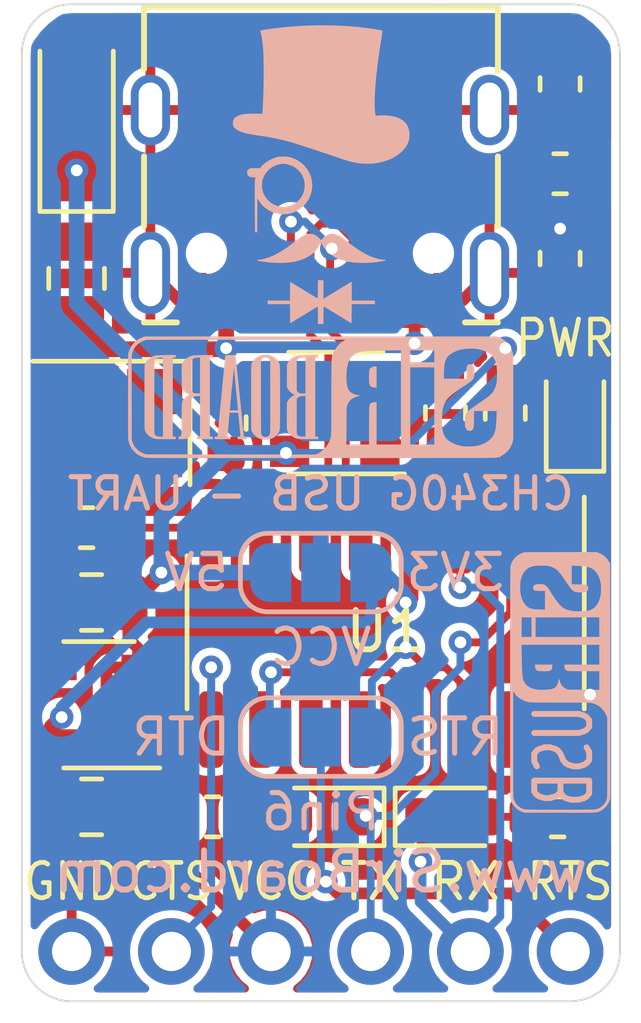
<source format=kicad_pcb>
(kicad_pcb (version 20171130) (host pcbnew "(5.1.2)-2")
  (title_block (title "CH340G USB to UART Converter") (date 2020-01-15) (rev 2) (company SirBoard) (comment 1 www.SirBoard.com))
  (layers (0 F.Cu signal) (31 B.Cu signal) (34 B.Paste user hide) (35 F.Paste user hide) (36 B.SilkS user) (37 F.SilkS user) (38 B.Mask user hide) (39 F.Mask user hide) (44 Edge.Cuts user))
  (net 0 "")
  (net 1 "Net-(U1-Pad15)")
  (net 2 "Net-(U1-Pad12)")
  (net 3 "Net-(U1-Pad11)")
  (net 4 "Net-(U1-Pad10)")
  (net 5 "Net-(PWR1-Pad2)")
  (net 6 GND)
  (net 7 VBUS)
  (net 8 CTS)
  (net 9 VCC)
  (net 10 TX)
  (net 11 RX)
  (net 12 P6)
  (net 13 3V3)
  (net 14 RTS)
  (net 15 DTR)
  (net 16 "Net-(P1-PadA5)")
  (net 17 "Net-(U2-Pad4)")
  (net 18 "Net-(P1-PadA8)")
  (net 19 "Net-(C1-Pad1)")
  (net 20 "Net-(C2-Pad1)")
  (net 21 "Net-(F1-Pad2)")
  (net 22 "Net-(R2-Pad2)")
  (net 23 "Net-(R3-Pad2)")
  (net 24 D-)
  (net 25 D+)
  (net 26 "Net-(P1-PadB5)")
  (net 27 "Net-(P1-PadB8)")
  (module logo:SirUSB66x25 (layer B.Cu) (at 76.454 44.958 270)
    (fp_text reference G*** hide)
    (fp_text value LOGO hide)
  )
  (module Resistor_SMD:R_0603_1608Metric (layer F.Cu) (at 76.454 34.163 270)
    (fp_text reference R1 hide)
    (fp_text value 1K)
    (pad 2 smd roundrect (at 0.7875 0 270) (size 0.875 0.95) (layers F.Cu F.Paste F.Mask) (net 5 "Net-(PWR1-Pad2)"))
    (pad 1 smd roundrect (at -0.7875 0 270) (size 0.875 0.95) (layers F.Cu F.Paste F.Mask) (net 9 VCC))
  )
  (module Resistor_SMD:R_0603_1608Metric (layer F.Cu) (at 76.454 32.004)
    (fp_text reference R5 hide)
    (fp_text value 5K1)
    (pad 2 smd roundrect (at 0.7875 0) (size 0.875 0.95) (layers F.Cu F.Paste F.Mask) (net 6 GND))
    (pad 1 smd roundrect (at -0.7875 0) (size 0.875 0.95) (layers F.Cu F.Paste F.Mask) (net 16 "Net-(P1-PadA5)"))
  )
  (module Resistor_SMD:R_0603_1608Metric (layer F.Cu) (at 76.454 29.718 270)
    (fp_text reference R4 hide)
    (fp_text value 5K1)
    (pad 2 smd roundrect (at 0.7875 0 270) (size 0.875 0.95) (layers F.Cu F.Paste F.Mask) (net 6 GND))
    (pad 1 smd roundrect (at -0.7875 0 270) (size 0.875 0.95) (layers F.Cu F.Paste F.Mask) (net 26 "Net-(P1-PadB5)"))
  )
  (module logo:SirBoard98x31 (layer B.Cu) (at 70.358 37.6936 180)
    (fp_text reference G*** hide)
    (fp_text value LOGO hide)
  )
  (module logo:logo76x107 (layer B.Cu) (at 70.358 32.0294 180)
    (fp_text reference G*** hide)
    (fp_text value LOGO hide)
  )
  (module Jumper:SolderJumper-3_P1.3mm_Open_RoundedPad1.0x1.5mm (layer B.Cu) (at 70.358 42.164)
    (fp_text reference VCC (at 0 1.905) (layer B.SilkS) (effects (font (size 0.9 0.9) (thickness 0.13)) (justify mirror)))
    (fp_text value SolderJumper_3_Open)
    (pad 2 smd rect (at 0 0) (size 1 1.5) (layers B.Cu B.Mask) (net 9 VCC))
    (pad 3 smd custom (at 1.3 0) (size 1 0.5) (layers B.Cu B.Mask) (net 13 3V3) (options (clearance outline) (anchor rect)) (primitives (gr_circle (center 0 -0.25) (end 0.5 -0.25) (width 0)) (gr_circle (center 0 0.25) (end 0.5 0.25) (width 0)) (gr_poly (pts (xy -0.55 0.75) (xy 0 0.75) (xy 0 -0.75) (xy -0.55 -0.75)) (width 0))))
    (pad 1 smd custom (at -1.3 0) (size 1 0.5) (layers B.Cu B.Mask) (net 7 VBUS) (options (clearance outline) (anchor rect)) (primitives (gr_circle (center 0 -0.25) (end 0.5 -0.25) (width 0)) (gr_circle (center 0 0.25) (end 0.5 0.25) (width 0)) (gr_poly (pts (xy 0.55 0.75) (xy 0 0.75) (xy 0 -0.75) (xy 0.55 -0.75)) (width 0))))
  )
  (module Jumper:SolderJumper-3_P1.3mm_Open_RoundedPad1.0x1.5mm (layer B.Cu) (at 70.358 46.355)
    (fp_text reference Pin6 (at 0 1.905) (layer B.SilkS) (effects (font (size 0.9 0.9) (thickness 0.13)) (justify mirror)))
    (fp_text value SolderJumper_3_Open)
    (pad 2 smd rect (at 0 0) (size 1 1.5) (layers B.Cu B.Mask) (net 12 P6))
    (pad 3 smd custom (at 1.3 0) (size 1 0.5) (layers B.Cu B.Mask) (net 14 RTS) (options (clearance outline) (anchor rect)) (primitives (gr_circle (center 0 -0.25) (end 0.5 -0.25) (width 0)) (gr_circle (center 0 0.25) (end 0.5 0.25) (width 0)) (gr_poly (pts (xy -0.55 0.75) (xy 0 0.75) (xy 0 -0.75) (xy -0.55 -0.75)) (width 0))))
    (pad 1 smd custom (at -1.3 0) (size 1 0.5) (layers B.Cu B.Mask) (net 15 DTR) (options (clearance outline) (anchor rect)) (primitives (gr_circle (center 0 -0.25) (end 0.5 -0.25) (width 0)) (gr_circle (center 0 0.25) (end 0.5 0.25) (width 0)) (gr_poly (pts (xy 0.55 0.75) (xy 0 0.75) (xy 0 -0.75) (xy 0.55 -0.75)) (width 0))))
  )
  (module SirBoardLibrary:SOT-143 (layer F.Cu) (at 70.739 38.1 90)
    (fp_text reference D1 hide)
    (fp_text value PRTR5V0U2X)
    (pad 4 smd rect (at -0.9754 -1.1762 90) (size 0.8 1) (layers F.Cu F.Paste F.Mask) (net 7 VBUS))
    (pad 3 smd rect (at 0.9246 -1.1762 90) (size 0.8 1) (layers F.Cu F.Paste F.Mask) (net 24 D-))
    (pad 2 smd rect (at 0.9246 1.1238 90) (size 0.8 1) (layers F.Cu F.Paste F.Mask) (net 25 D+))
    (pad 1 smd rect (at -0.7954 1.1238 90) (size 1.2 1) (layers F.Cu F.Paste F.Mask) (net 6 GND))
  )
  (module SirBoardLibrary:USB_C (layer F.Cu) (at 73.5487 35.8164 180)
    (fp_text reference P1 hide)
    (fp_text value USB_C_Plug_USB2.0 hide)
    (pad B4 smd rect (at 5.4558 0.5866 180) (size 0.31 1.4) (layers F.Cu F.Paste F.Mask) (net 21 "Net-(F1-Pad2)"))
    (pad B1 smd rect (at 6.2585 0.5866 180) (size 0.31 1.4) (layers F.Cu F.Paste F.Mask) (net 6 GND))
    (pad B9 smd rect (at 0.9685 0.5842 180) (size 0.31 1.4) (layers F.Cu F.Paste F.Mask) (net 21 "Net-(F1-Pad2)"))
    (pad B12 smd rect (at 0.1685 0.5842 180) (size 0.31 1.4) (layers F.Cu F.Paste F.Mask) (net 6 GND))
    (pad A1 smd rect (at -0.1415 0.5866 180) (size 0.31 1.4) (layers F.Cu F.Paste F.Mask) (net 6 GND))
    (pad A12 smd rect (at 6.5685 0.5866 180) (size 0.31 1.4) (layers F.Cu F.Paste F.Mask) (net 6 GND))
    (pad "" np_thru_hole circle (at 0.3235 1.7866 180) (size 0.65 0.65) (drill oval 0.65) (layers *.Cu *.Mask))
    (pad "" np_thru_hole circle (at 6.1035 1.7866 180) (size 0.65 0.65) (drill oval 0.65) (layers *.Cu *.Mask))
    (pad S1 thru_hole oval (at -1.1065 5.4366 180) (size 1 1.8) (drill oval 0.6 1.4) (layers *.Cu *.Mask) (net 6 GND))
    (pad S1 thru_hole oval (at 7.5335 5.4366 180) (size 1 1.8) (drill oval 0.6 1.4) (layers *.Cu *.Mask) (net 6 GND))
    (pad S1 thru_hole oval (at 7.5335 1.2866 180) (size 1 2.1) (drill oval 0.6 1.7) (layers *.Cu *.Mask) (net 6 GND))
    (pad S1 thru_hole oval (at -1.1065 1.2866 180) (size 1 2.1) (drill oval 0.6 1.7) (layers *.Cu *.Mask) (net 6 GND))
    (pad B5 smd rect (at 4.9635 0.5866 180) (size 0.32 1.4) (layers F.Cu F.Paste F.Mask) (net 26 "Net-(P1-PadB5)"))
    (pad A8 smd rect (at 4.4635 0.5866 180) (size 0.32 1.4) (layers F.Cu F.Paste F.Mask) (net 18 "Net-(P1-PadA8)"))
    (pad B6 smd rect (at 3.9635 0.5866 180) (size 0.32 1.4) (layers F.Cu F.Paste F.Mask) (net 25 D+))
    (pad A7 smd rect (at 3.4635 0.5866 180) (size 0.32 1.4) (layers F.Cu F.Paste F.Mask) (net 24 D-))
    (pad A6 smd rect (at 2.9635 0.5866 180) (size 0.32 1.4) (layers F.Cu F.Paste F.Mask) (net 25 D+))
    (pad B7 smd rect (at 2.4635 0.5866 180) (size 0.32 1.4) (layers F.Cu F.Paste F.Mask) (net 24 D-))
    (pad A5 smd rect (at 1.9635 0.5866 180) (size 0.32 1.4) (layers F.Cu F.Paste F.Mask) (net 16 "Net-(P1-PadA5)"))
    (pad B8 smd rect (at 1.4635 0.5866 180) (size 0.32 1.4) (layers F.Cu F.Paste F.Mask) (net 27 "Net-(P1-PadB8)"))
    (pad A9 smd rect (at 5.7685 0.5866 180) (size 0.31 1.4) (layers F.Cu F.Paste F.Mask) (net 21 "Net-(F1-Pad2)"))
    (pad A4 smd rect (at 0.6585 0.5866 180) (size 0.31 1.4) (layers F.Cu F.Paste F.Mask) (net 21 "Net-(F1-Pad2)"))
  )
  (module Capacitor_SMD:C_0603_1608Metric (layer F.Cu) (at 64.389 41.021 180)
    (fp_text reference C2 hide)
    (fp_text value 9pF)
    (pad 2 smd roundrect (at 0.7875 0 180) (size 0.875 0.95) (layers F.Cu F.Paste F.Mask) (net 6 GND))
    (pad 1 smd roundrect (at -0.7875 0 180) (size 0.875 0.95) (layers F.Cu F.Paste F.Mask) (net 20 "Net-(C2-Pad1)"))
  )
  (module Capacitor_SMD:C_0603_1608Metric (layer F.Cu) (at 67.945 38.354 90)
    (fp_text reference C1 hide)
    (fp_text value 9pF)
    (pad 1 smd roundrect (at -0.7875 0 90) (size 0.875 0.95) (layers F.Cu F.Paste F.Mask) (net 19 "Net-(C1-Pad1)"))
    (pad 2 smd roundrect (at 0.7875 0 90) (size 0.875 0.95) (layers F.Cu F.Paste F.Mask) (net 6 GND))
  )
  (module LED_SMD:LED_0603_1608Metric (layer F.Cu) (at 76.835 38.1 90)
    (fp_text reference PWR (at 1.905 -0.254 180) (layer F.SilkS) (effects (font (size 0.9 0.8) (thickness 0.12))))
    (fp_text value BLUE)
    (pad 2 smd roundrect (at 0.7875 0 90) (size 0.875 0.95) (layers F.Cu F.Paste F.Mask) (net 5 "Net-(PWR1-Pad2)"))
    (pad 1 smd roundrect (at -0.7875 0 90) (size 0.875 0.95) (layers F.Cu F.Paste F.Mask) (net 6 GND))
  )
  (module LED_SMD:LED_0603_1608Metric (layer F.Cu) (at 70.485 48.387 180)
    (fp_text reference TX2 hide)
    (fp_text value RED)
    (pad 1 smd roundrect (at -0.7875 0 180) (size 0.875 0.95) (layers F.Cu F.Paste F.Mask) (net 10 TX))
    (pad 2 smd roundrect (at 0.7875 0 180) (size 0.875 0.95) (layers F.Cu F.Paste F.Mask) (net 22 "Net-(R2-Pad2)"))
  )
  (module LED_SMD:LED_0603_1608Metric (layer F.Cu) (at 73.7362 48.387)
    (fp_text reference RX1 hide)
    (fp_text value GREEN)
    (pad 1 smd roundrect (at -0.7875 0) (size 0.875 0.95) (layers F.Cu F.Paste F.Mask) (net 11 RX))
    (pad 2 smd roundrect (at 0.7875 0) (size 0.875 0.95) (layers F.Cu F.Paste F.Mask) (net 23 "Net-(R3-Pad2)"))
  )
  (module Resistor_SMD:R_0603_1608Metric (layer F.Cu) (at 76.3905 48.387 180)
    (fp_text reference R3 hide)
    (fp_text value 1K)
    (pad 1 smd roundrect (at -0.7875 0 180) (size 0.875 0.95) (layers F.Cu F.Paste F.Mask) (net 9 VCC))
    (pad 2 smd roundrect (at 0.7875 0 180) (size 0.875 0.95) (layers F.Cu F.Paste F.Mask) (net 23 "Net-(R3-Pad2)"))
  )
  (module Resistor_SMD:R_0603_1608Metric (layer F.Cu) (at 67.602 48.387)
    (fp_text reference R2 hide)
    (fp_text value 1K)
    (pad 1 smd roundrect (at -0.7875 0) (size 0.875 0.95) (layers F.Cu F.Paste F.Mask) (net 9 VCC))
    (pad 2 smd roundrect (at 0.7875 0) (size 0.875 0.95) (layers F.Cu F.Paste F.Mask) (net 22 "Net-(R2-Pad2)"))
  )
  (module Resistor_SMD:R_0805_2012Metric (layer F.Cu) (at 64.135 34.671 270)
    (fp_text reference F1 hide)
    (fp_text value 500mA)
    (pad 1 smd roundrect (at -0.9375 0 270) (size 0.975 1.4) (layers F.Cu F.Paste F.Mask) (net 7 VBUS))
    (pad 2 smd roundrect (at 0.9375 0 270) (size 0.975 1.4) (layers F.Cu F.Paste F.Mask) (net 21 "Net-(F1-Pad2)"))
  )
  (module Crystal:Crystal_SMD_SeikoEpson_TSX3225-4Pin_3.2x2.5mm (layer F.Cu) (at 65.024 38.354 180)
    (fp_text reference Y1 hide)
    (fp_text value Crystal_GND24)
    (pad 1 smd rect (at -1.1 0.8 180) (size 1.4 1.15) (layers F.Cu F.Paste F.Mask) (net 19 "Net-(C1-Pad1)"))
    (pad 2 smd rect (at 1.1 0.8 180) (size 1.4 1.15) (layers F.Cu F.Paste F.Mask) (net 6 GND))
    (pad 3 smd rect (at 1.1 -0.8 180) (size 1.4 1.15) (layers F.Cu F.Paste F.Mask) (net 20 "Net-(C2-Pad1)"))
    (pad 4 smd rect (at -1.1 -0.8 180) (size 1.4 1.15) (layers F.Cu F.Paste F.Mask) (net 6 GND))
  )
  (module Capacitor_SMD:C_0805_2012Metric (layer F.Cu) (at 64.516 48.133)
    (fp_text reference C7 hide)
    (fp_text value 10uF)
    (pad 2 smd roundrect (at 0.9375 0) (size 0.975 1.4) (layers F.Cu F.Paste F.Mask) (net 6 GND))
    (pad 1 smd roundrect (at -0.9375 0) (size 0.975 1.4) (layers F.Cu F.Paste F.Mask) (net 13 3V3))
  )
  (module Capacitor_SMD:C_0805_2012Metric (layer F.Cu) (at 64.516 42.926 180)
    (fp_text reference C6 hide)
    (fp_text value 10uF)
    (pad 2 smd roundrect (at 0.9375 0 180) (size 0.975 1.4) (layers F.Cu F.Paste F.Mask) (net 6 GND))
    (pad 1 smd roundrect (at -0.9375 0 180) (size 0.975 1.4) (layers F.Cu F.Paste F.Mask) (net 7 VBUS))
  )
  (module Capacitor_SMD:C_0603_1608Metric (layer F.Cu) (at 73.533 38.1 270)
    (fp_text reference C5 hide)
    (fp_text value 10nF)
    (pad 2 smd roundrect (at 0.7875 0 270) (size 0.875 0.95) (layers F.Cu F.Paste F.Mask) (net 13 3V3))
    (pad 1 smd roundrect (at -0.7875 0 270) (size 0.875 0.95) (layers F.Cu F.Paste F.Mask) (net 6 GND))
  )
  (module Package_TO_SOT_SMD:SOT-23-5 (layer F.Cu) (at 64.7065 45.532 180)
    (fp_text reference U2 hide)
    (fp_text value AP2127K-3.3)
    (pad 5 smd rect (at 1.1 -0.95 180) (size 1.06 0.65) (layers F.Cu F.Paste F.Mask) (net 13 3V3))
    (pad 4 smd rect (at 1.1 0.95 180) (size 1.06 0.65) (layers F.Cu F.Paste F.Mask) (net 17 "Net-(U2-Pad4)"))
    (pad 3 smd rect (at -1.1 0.95 180) (size 1.06 0.65) (layers F.Cu F.Paste F.Mask) (net 7 VBUS))
    (pad 2 smd rect (at -1.1 0 180) (size 1.06 0.65) (layers F.Cu F.Paste F.Mask) (net 6 GND))
    (pad 1 smd rect (at -1.1 -0.95 180) (size 1.06 0.65) (layers F.Cu F.Paste F.Mask) (net 7 VBUS))
  )
  (module Package_SO:SOIC-16_3.9x9.9mm_P1.27mm (layer F.Cu) (at 72.009 43.688 270)
    (fp_text reference U1 (at -0.0254 0 180) (layer F.SilkS))
    (fp_text value CH340G)
    (pad 1 smd roundrect (at -2.475 -4.445 270) (size 1.95 0.6) (layers F.Cu F.Paste F.Mask) (net 6 GND))
    (pad 2 smd roundrect (at -2.475 -3.175 270) (size 1.95 0.6) (layers F.Cu F.Paste F.Mask) (net 10 TX))
    (pad 3 smd roundrect (at -2.475 -1.905 270) (size 1.95 0.6) (layers F.Cu F.Paste F.Mask) (net 11 RX))
    (pad 4 smd roundrect (at -2.475 -0.635 270) (size 1.95 0.6) (layers F.Cu F.Paste F.Mask) (net 13 3V3))
    (pad 5 smd roundrect (at -2.475 0.635 270) (size 1.95 0.6) (layers F.Cu F.Paste F.Mask) (net 25 D+))
    (pad 6 smd roundrect (at -2.475 1.905 270) (size 1.95 0.6) (layers F.Cu F.Paste F.Mask) (net 24 D-))
    (pad 7 smd roundrect (at -2.475 3.175 270) (size 1.95 0.6) (layers F.Cu F.Paste F.Mask) (net 19 "Net-(C1-Pad1)"))
    (pad 8 smd roundrect (at -2.475 4.445 270) (size 1.95 0.6) (layers F.Cu F.Paste F.Mask) (net 20 "Net-(C2-Pad1)"))
    (pad 9 smd roundrect (at 2.475 4.445 270) (size 1.95 0.6) (layers F.Cu F.Paste F.Mask) (net 8 CTS))
    (pad 10 smd roundrect (at 2.475 3.175 270) (size 1.95 0.6) (layers F.Cu F.Paste F.Mask) (net 4 "Net-(U1-Pad10)"))
    (pad 11 smd roundrect (at 2.475 1.905 270) (size 1.95 0.6) (layers F.Cu F.Paste F.Mask) (net 3 "Net-(U1-Pad11)"))
    (pad 12 smd roundrect (at 2.475 0.635 270) (size 1.95 0.6) (layers F.Cu F.Paste F.Mask) (net 2 "Net-(U1-Pad12)"))
    (pad 13 smd roundrect (at 2.475 -0.635 270) (size 1.95 0.6) (layers F.Cu F.Paste F.Mask) (net 15 DTR))
    (pad 14 smd roundrect (at 2.475 -1.905 270) (size 1.95 0.6) (layers F.Cu F.Paste F.Mask) (net 14 RTS))
    (pad 15 smd roundrect (at 2.475 -3.175 270) (size 1.95 0.6) (layers F.Cu F.Paste F.Mask) (net 1 "Net-(U1-Pad15)"))
    (pad 16 smd roundrect (at 2.475 -4.445 270) (size 1.95 0.6) (layers F.Cu F.Paste F.Mask) (net 9 VCC))
  )
  (module Capacitor_SMD:C_0603_1608Metric (layer F.Cu) (at 75.057 38.1 270)
    (fp_text reference C4 hide)
    (fp_text value 100nF)
    (pad 1 smd roundrect (at -0.7875 0 270) (size 0.875 0.95) (layers F.Cu F.Paste F.Mask) (net 7 VBUS))
    (pad 2 smd roundrect (at 0.7875 0 270) (size 0.875 0.95) (layers F.Cu F.Paste F.Mask) (net 6 GND))
  )
  (module Capacitor_Tantalum_SMD:CP_EIA-3216-18_Kemet-A_Pad1.58x1.35mm_HandSolder (layer F.Cu) (at 64.135 30.48 90)
    (fp_text reference C3 hide)
    (fp_text value 22uF)
    (pad 2 smd roundrect (at 1.4375 0 90) (size 1.575 1.35) (layers F.Cu F.Paste F.Mask) (roundrect_rratio 0.185185) (net 6 GND))
    (pad 1 smd roundrect (at -1.4375 0 90) (size 1.575 1.35) (layers F.Cu F.Paste F.Mask) (roundrect_rratio 0.185185) (net 7 VBUS))
  )
  (module Connector_PinHeader_2.54mm:PinHeader_1x06_P2.54mm_Vertical (layer B.Cu) (at 76.708 51.816 90)
    (fp_text reference J2 hide)
    (fp_text value Conn_01x06)
    (pad 1 thru_hole circle (at 0 0 90) (size 1.7 1.7) (drill 1) (layers *.Cu *.Mask) (net 12 P6))
    (pad 2 thru_hole oval (at 0 -2.54 90) (size 1.7 1.7) (drill 1) (layers *.Cu *.Mask) (net 11 RX))
    (pad 3 thru_hole oval (at 0 -5.08 90) (size 1.7 1.7) (drill 1) (layers *.Cu *.Mask) (net 10 TX))
    (pad 4 thru_hole oval (at 0 -7.62 90) (size 1.7 1.7) (drill 1) (layers *.Cu *.Mask) (net 9 VCC))
    (pad 5 thru_hole oval (at 0 -10.16 90) (size 1.7 1.7) (drill 1) (layers *.Cu *.Mask) (net 8 CTS))
    (pad 6 thru_hole oval (at 0 -12.7 90) (size 1.7 1.7) (drill 1) (layers *.Cu *.Mask) (net 6 GND))
  )
  (gr_text USB (at 76.5556 46.8376 90) (layer B.SilkS) (effects (font (size 1.4 0.85)) (justify mirror)))
  (gr_arc (start 64.008 28.956) (end 64.008 27.686) (angle -90) (layer Edge.Cuts) (width 0.05))
  (gr_arc (start 76.708 28.956) (end 77.978 28.956) (angle -90) (layer Edge.Cuts) (width 0.05))
  (gr_arc (start 76.708 51.816) (end 76.708 53.086) (angle -90) (layer Edge.Cuts) (width 0.05))
  (gr_arc (start 64.008 51.816) (end 62.738 51.816) (angle -90) (layer Edge.Cuts) (width 0.05))
  (gr_text 5V (at 67.183 42.164) (layer B.SilkS) (effects (font (size 0.9 0.9) (thickness 0.13)) (justify mirror)))
  (gr_text 3V3 (at 73.787 42.164) (layer B.SilkS) (effects (font (size 0.9 0.9) (thickness 0.13)) (justify mirror)))
  (gr_text RTS (at 73.787 46.355) (layer B.SilkS) (effects (font (size 0.9 0.9) (thickness 0.13)) (justify mirror)))
  (gr_text DTR (at 66.802 46.355) (layer B.SilkS) (effects (font (size 0.9 0.9) (thickness 0.13)) (justify mirror)))
  (gr_text TX (at 71.628 50.038) (layer F.SilkS) (effects (font (size 0.9 0.9) (thickness 0.13))))
  (gr_text CTS (at 66.548 50.038) (layer F.SilkS) (effects (font (size 0.9 0.8) (thickness 0.12))))
  (gr_text GND (at 64.008 50.038) (layer F.SilkS) (effects (font (size 0.9 0.8) (thickness 0.12))))
  (gr_text VCC (at 69.088 50.038) (layer F.SilkS) (effects (font (size 0.9 0.8) (thickness 0.12))))
  (gr_text RX (at 74.041 50.038) (layer F.SilkS) (effects (font (size 0.9 0.9) (thickness 0.13))))
  (gr_text RTS (at 76.708 50.038) (layer F.SilkS) (effects (font (size 0.9 0.8) (thickness 0.12))))
  (gr_text "CH340G USB - UART" (at 70.358 40.1574) (layer B.SilkS) (effects (font (size 0.8 0.8) (thickness 0.13)) (justify mirror)))
  (gr_text www.SirBoard.com (at 70.358 49.784) (layer B.SilkS) (effects (font (size 1 1)) (justify mirror)))
  (gr_line (start 62.738 28.956) (end 62.738 51.816) (layer Edge.Cuts) (width 0.05))
  (gr_line (start 77.978 28.956) (end 77.978 51.816) (layer Edge.Cuts) (width 0.05))
  (gr_line (start 76.708 27.686) (end 64.008 27.686) (layer Edge.Cuts) (width 0.05))
  (gr_line (start 64.008 53.086) (end 76.708 53.086) (layer Edge.Cuts) (width 0.05))
  (via (at 76.454 33.401) (size 0.6) (drill 0.3) (layers F.Cu B.Cu) (net 9))
  (segment (start 76.835 35.3315) (end 76.454 34.9505) (width 0.2) (layer F.Cu) (net 5))
  (segment (start 76.835 37.3125) (end 76.835 35.3315) (width 0.2) (layer F.Cu) (net 5))
  (segment (start 73.6882 35.2298) (end 73.3806 35.2298) (width 0.2) (layer F.Cu) (net 6))
  (segment (start 73.974 35.2274) (end 74.674 34.5274) (width 0.3) (layer F.Cu) (net 6))
  (segment (start 73.709 35.2274) (end 73.974 35.2274) (width 0.3) (layer F.Cu) (net 6))
  (segment (start 66.734 35.2274) (end 66.034 34.5274) (width 0.3) (layer F.Cu) (net 6))
  (segment (start 67.309 35.2274) (end 66.734 35.2274) (width 0.3) (layer F.Cu) (net 6))
  (via (at 69.469 39.116) (size 0.6) (drill 0.3) (layers F.Cu B.Cu) (net 7))
  (segment (start 69.469 39.116) (end 67.945 39.116) (width 0.4) (layer B.Cu) (net 7))
  (via (at 66.294 42.164) (size 0.6) (drill 0.3) (layers F.Cu B.Cu) (net 7))
  (segment (start 65.4535 43.8455) (end 65.4535 43.053) (width 0.3) (layer F.Cu) (net 7))
  (segment (start 65.7 44.092) (end 65.4535 43.8455) (width 0.3) (layer F.Cu) (net 7))
  (segment (start 64.9732 46.482) (end 64.897 46.4058) (width 0.3) (layer F.Cu) (net 7))
  (segment (start 65.7 46.482) (end 64.9732 46.482) (width 0.3) (layer F.Cu) (net 7))
  (segment (start 64.897 46.4058) (end 64.897 44.6532) (width 0.3) (layer F.Cu) (net 7))
  (segment (start 64.897 44.6532) (end 64.9682 44.582) (width 0.3) (layer F.Cu) (net 7))
  (segment (start 64.9682 44.582) (end 65.7 44.582) (width 0.3) (layer F.Cu) (net 7))
  (segment (start 65.7 44.582) (end 65.7 44.092) (width 0.3) (layer F.Cu) (net 7))
  (segment (start 74.757001 36.748999) (end 75.057 36.449) (width 0.2) (layer B.Cu) (net 7))
  (segment (start 72.39 39.116) (end 74.757001 36.748999) (width 0.2) (layer B.Cu) (net 7))
  (segment (start 69.469 39.116) (end 72.39 39.116) (width 0.2) (layer B.Cu) (net 7))
  (segment (start 75.057 37.3125) (end 75.057 36.449) (width 0.2) (layer F.Cu) (net 7))
  (via (at 75.057 36.449) (size 0.6) (drill 0.3) (layers F.Cu B.Cu) (net 7))
  (via (at 64.135 31.917488) (size 0.6) (drill 0.3) (layers F.Cu B.Cu) (net 7))
  (segment (start 64.135012 31.9175) (end 64.135 31.917488) (width 0.4) (layer F.Cu) (net 7))
  (segment (start 64.135 32.341752) (end 64.135 31.917488) (width 0.4) (layer F.Cu) (net 7))
  (segment (start 64.135 33.6065) (end 64.135 32.341752) (width 0.4) (layer F.Cu) (net 7))
  (segment (start 64.135 31.9175) (end 64.135 31.917488) (width 0.4) (layer B.Cu) (net 7))
  (segment (start 67.945 39.116) (end 64.135 35.306) (width 0.4) (layer B.Cu) (net 7))
  (segment (start 64.135 35.306) (end 64.135 31.9175) (width 0.4) (layer B.Cu) (net 7))
  (segment (start 66.294 42.164) (end 69.058 42.164) (width 0.4) (layer B.Cu) (net 7))
  (segment (start 67.945 39.116) (end 66.294 40.767) (width 0.4) (layer B.Cu) (net 7))
  (segment (start 66.294 40.767) (end 66.294 42.164) (width 0.4) (layer B.Cu) (net 7))
  (segment (start 65.532 42.926) (end 65.4535 42.926) (width 0.4) (layer F.Cu) (net 7))
  (segment (start 66.294 42.164) (end 65.532 42.926) (width 0.4) (layer F.Cu) (net 7))
  (segment (start 66.548 51.308) (end 66.548 51.689) (width 0.3) (layer B.Cu) (net 8))
  (segment (start 67.564 45.001264) (end 67.564 44.577) (width 0.2) (layer B.Cu) (net 8))
  (segment (start 67.564 50.673) (end 67.564 45.001264) (width 0.2) (layer B.Cu) (net 8))
  (segment (start 67.564 46.036) (end 67.564 45.001264) (width 0.2) (layer F.Cu) (net 8))
  (segment (start 66.548 51.689) (end 67.564 50.673) (width 0.2) (layer B.Cu) (net 8))
  (segment (start 67.437 46.163) (end 67.564 46.036) (width 0.2) (layer F.Cu) (net 8))
  (segment (start 67.564 45.001264) (end 67.564 44.577) (width 0.2) (layer F.Cu) (net 8))
  (via (at 67.564 44.577) (size 0.6) (drill 0.3) (layers F.Cu B.Cu) (net 8))
  (via (at 77.216 45.274) (size 0.6) (drill 0.3) (layers F.Cu B.Cu) (net 9))
  (segment (start 77.216 41.529) (end 77.216 45.274) (width 0.4) (layer B.Cu) (net 9))
  (segment (start 76.2 40.513) (end 77.216 41.529) (width 0.4) (layer B.Cu) (net 9))
  (segment (start 70.859 40.513) (end 76.2 40.513) (width 0.4) (layer B.Cu) (net 9))
  (segment (start 70.358 42.164) (end 70.358 41.014) (width 0.4) (layer B.Cu) (net 9))
  (segment (start 70.358 41.014) (end 70.859 40.513) (width 0.4) (layer B.Cu) (net 9))
  (segment (start 76.454 46.036) (end 77.216 45.274) (width 0.4) (layer F.Cu) (net 9))
  (segment (start 76.454 46.163) (end 76.454 46.036) (width 0.4) (layer F.Cu) (net 9))
  (via (at 73.914 43.942) (size 0.6) (drill 0.3) (layers F.Cu B.Cu) (net 10))
  (segment (start 66.8145 48.387) (end 66.751 48.387) (width 0.2) (layer F.Cu) (net 9))
  (segment (start 77.267 48.59) (end 77.267 48.476) (width 0.2) (layer F.Cu) (net 9))
  (segment (start 77.267 48.476) (end 77.216 48.425) (width 0.2) (layer F.Cu) (net 9))
  (segment (start 66.8145 49.5425) (end 69.088 51.816) (width 0.3) (layer F.Cu) (net 9))
  (segment (start 66.8145 48.387) (end 66.8145 49.5425) (width 0.3) (layer F.Cu) (net 9))
  (segment (start 76.454 47.117) (end 76.454 46.163) (width 0.3) (layer F.Cu) (net 9))
  (segment (start 77.178 48.387) (end 77.178 47.841) (width 0.3) (layer F.Cu) (net 9))
  (segment (start 77.178 47.841) (end 76.454 47.117) (width 0.3) (layer F.Cu) (net 9))
  (via (at 71.501 48.3615) (size 0.6) (drill 0.3) (layers F.Cu B.Cu) (net 10))
  (segment (start 71.628 51.689) (end 71.628 48.4885) (width 0.2) (layer B.Cu) (net 10))
  (segment (start 71.628 48.4885) (end 71.501 48.3615) (width 0.2) (layer B.Cu) (net 10))
  (segment (start 73.914 44.577) (end 73.914 43.942) (width 0.2) (layer B.Cu) (net 10))
  (segment (start 73.279 45.212) (end 73.914 44.577) (width 0.2) (layer B.Cu) (net 10))
  (segment (start 73.279 47.244) (end 73.279 45.212) (width 0.2) (layer B.Cu) (net 10))
  (segment (start 71.501 48.3615) (end 72.1615 48.3615) (width 0.2) (layer B.Cu) (net 10))
  (segment (start 72.1615 48.3615) (end 73.279 47.244) (width 0.2) (layer B.Cu) (net 10))
  (segment (start 75.184 43.18) (end 75.184 41.213) (width 0.2) (layer F.Cu) (net 10))
  (segment (start 73.914 43.942) (end 74.422 43.942) (width 0.2) (layer F.Cu) (net 10))
  (segment (start 74.422 43.942) (end 75.184 43.18) (width 0.2) (layer F.Cu) (net 10))
  (via (at 72.898 49.529996) (size 0.6) (drill 0.3) (layers F.Cu B.Cu) (net 11))
  (segment (start 74.168 51.816) (end 72.898 50.546) (width 0.3) (layer B.Cu) (net 11))
  (segment (start 72.898 50.546) (end 72.898 49.95426) (width 0.3) (layer B.Cu) (net 11))
  (segment (start 72.898 49.95426) (end 72.898 49.529996) (width 0.3) (layer B.Cu) (net 11))
  (segment (start 72.9487 49.479296) (end 72.898 49.529996) (width 0.3) (layer F.Cu) (net 11))
  (segment (start 72.9487 48.387) (end 72.9487 49.479296) (width 0.3) (layer F.Cu) (net 11))
  (via (at 73.914 42.545) (size 0.6) (drill 0.3) (layers F.Cu B.Cu) (net 11))
  (segment (start 73.914 41.213) (end 73.914 42.545028) (width 0.2) (layer F.Cu) (net 11))
  (segment (start 74.422 42.545) (end 73.914 42.545) (width 0.2) (layer B.Cu) (net 11))
  (segment (start 74.93 43.053) (end 74.422 42.545) (width 0.2) (layer B.Cu) (net 11))
  (segment (start 74.168 51.689) (end 74.93 50.927) (width 0.2) (layer B.Cu) (net 11))
  (segment (start 74.93 50.927) (end 74.93 43.053) (width 0.2) (layer B.Cu) (net 11))
  (via (at 70.485 50.038) (size 0.6) (drill 0.3) (layers F.Cu B.Cu) (net 12))
  (segment (start 70.358 46.355) (end 70.358 49.911) (width 0.2) (layer B.Cu) (net 12))
  (segment (start 70.358 49.911) (end 70.485 50.038) (width 0.2) (layer B.Cu) (net 12))
  (segment (start 75.858001 50.966001) (end 76.708 51.816) (width 0.3) (layer F.Cu) (net 12))
  (segment (start 75.229999 50.337999) (end 75.858001 50.966001) (width 0.3) (layer F.Cu) (net 12))
  (segment (start 70.784999 50.337999) (end 75.229999 50.337999) (width 0.3) (layer F.Cu) (net 12))
  (segment (start 70.485 50.038) (end 70.784999 50.337999) (width 0.3) (layer F.Cu) (net 12))
  (segment (start 63.5 47.107) (end 63.5 46.482) (width 0.3) (layer F.Cu) (net 13))
  (segment (start 63.5 48.0845) (end 63.5 47.107) (width 0.3) (layer F.Cu) (net 13))
  (via (at 72.517 42.926) (size 0.6) (drill 0.3) (layers F.Cu B.Cu) (net 13))
  (segment (start 72.517 42.926) (end 72.42 42.926) (width 0.4) (layer B.Cu) (net 13))
  (via (at 63.754 45.847) (size 0.6) (drill 0.3) (layers F.Cu B.Cu) (net 13))
  (segment (start 72.644 42.799) (end 72.517 42.926) (width 0.4) (layer F.Cu) (net 13))
  (segment (start 72.644 41.213) (end 72.644 42.799) (width 0.4) (layer F.Cu) (net 13))
  (segment (start 72.644 39.7765) (end 72.644 41.213) (width 0.2) (layer F.Cu) (net 13))
  (segment (start 73.533 38.8875) (end 72.644 39.7765) (width 0.2) (layer F.Cu) (net 13))
  (segment (start 72.517 42.672) (end 72.009 42.164) (width 0.3) (layer B.Cu) (net 13))
  (segment (start 72.009 42.164) (end 71.658 42.164) (width 0.3) (layer B.Cu) (net 13))
  (segment (start 72.517 42.926) (end 72.517 42.672) (width 0.3) (layer B.Cu) (net 13))
  (segment (start 71.658 43.277) (end 71.658 42.164) (width 0.3) (layer B.Cu) (net 13))
  (segment (start 71.501 43.434) (end 71.658 43.277) (width 0.3) (layer B.Cu) (net 13))
  (segment (start 65.913 43.434) (end 71.501 43.434) (width 0.3) (layer B.Cu) (net 13))
  (segment (start 63.754 45.847) (end 63.754 45.593) (width 0.3) (layer B.Cu) (net 13))
  (segment (start 63.754 45.593) (end 65.913 43.434) (width 0.3) (layer B.Cu) (net 13))
  (segment (start 63.5 46.101) (end 63.754 45.847) (width 0.4) (layer F.Cu) (net 13))
  (segment (start 63.5 46.482) (end 63.5 46.101) (width 0.4) (layer F.Cu) (net 13))
  (via (at 72.517 44.069) (size 0.6) (drill 0.3) (layers F.Cu B.Cu) (net 14))
  (segment (start 71.658 44.928) (end 72.517 44.069) (width 0.2) (layer B.Cu) (net 14))
  (segment (start 71.658 46.355) (end 71.658 44.928) (width 0.2) (layer B.Cu) (net 14))
  (segment (start 73.025 44.577) (end 72.517 44.069) (width 0.2) (layer F.Cu) (net 14))
  (segment (start 73.533 44.577) (end 73.025 44.577) (width 0.2) (layer F.Cu) (net 14))
  (segment (start 73.914 46.163) (end 73.914 44.958) (width 0.2) (layer F.Cu) (net 14))
  (segment (start 73.914 44.958) (end 73.533 44.577) (width 0.2) (layer F.Cu) (net 14))
  (segment (start 69.058 44.734) (end 69.088 44.704) (width 0.2) (layer B.Cu) (net 15))
  (segment (start 69.058 46.355) (end 69.058 44.734) (width 0.2) (layer B.Cu) (net 15))
  (via (at 69.088 44.704) (size 0.6) (drill 0.3) (layers F.Cu B.Cu) (net 15))
  (segment (start 69.512264 44.704) (end 69.088 44.704) (width 0.2) (layer F.Cu) (net 15))
  (segment (start 72.133 44.704) (end 69.512264 44.704) (width 0.2) (layer F.Cu) (net 15))
  (segment (start 72.644 46.163) (end 72.644 45.215) (width 0.2) (layer F.Cu) (net 15))
  (segment (start 72.644 45.215) (end 72.133 44.704) (width 0.2) (layer F.Cu) (net 15))
  (segment (start 75.6665 32.004) (end 72.7456 32.004) (width 0.2) (layer F.Cu) (net 16))
  (segment (start 71.5852 33.1644) (end 71.5852 35.2298) (width 0.2) (layer F.Cu) (net 16))
  (segment (start 72.7456 32.004) (end 71.5852 33.1644) (width 0.2) (layer F.Cu) (net 16))
  (segment (start 67.818 39.37) (end 67.818 38.989) (width 0.2) (layer F.Cu) (net 19))
  (segment (start 68.707 41.213) (end 68.707 40.259) (width 0.2) (layer F.Cu) (net 19))
  (segment (start 68.707 40.259) (end 67.818 39.37) (width 0.2) (layer F.Cu) (net 19))
  (segment (start 66.383 37.554) (end 65.997 37.554) (width 0.2) (layer F.Cu) (net 19))
  (segment (start 67.818 38.989) (end 66.383 37.554) (width 0.2) (layer F.Cu) (net 19))
  (segment (start 63.797 39.33675) (end 63.797 39.154) (width 0.2) (layer F.Cu) (net 20))
  (segment (start 65.1765 41.021) (end 65.1765 40.71625) (width 0.2) (layer F.Cu) (net 20))
  (segment (start 65.1765 40.71625) (end 63.797 39.33675) (width 0.2) (layer F.Cu) (net 20))
  (segment (start 67.245 41.021) (end 67.437 41.213) (width 0.2) (layer F.Cu) (net 20))
  (segment (start 65.1765 41.021) (end 67.245 41.021) (width 0.2) (layer F.Cu) (net 20))
  (segment (start 68.1307 35.2298) (end 67.818 35.2298) (width 0.2) (layer F.Cu) (net 21))
  (segment (start 72.8878 35.2322) (end 72.8902 35.2298) (width 0.3) (layer F.Cu) (net 21))
  (segment (start 72.5802 35.2322) (end 72.8878 35.2322) (width 0.3) (layer F.Cu) (net 21))
  (segment (start 67.7802 35.2298) (end 68.0929 35.2298) (width 0.3) (layer F.Cu) (net 21))
  (segment (start 72.7456 36.4236) (end 72.7456 36.4236) (width 0.3) (layer F.Cu) (net 21))
  (segment (start 72.7456 36.4236) (end 72.7456 35.2298) (width 0.3) (layer F.Cu) (net 21))
  (via (at 72.7456 36.322) (size 0.6) (drill 0.3) (layers F.Cu B.Cu) (net 21))
  (via (at 67.945 36.449) (size 0.6) (drill 0.3) (layers F.Cu B.Cu) (net 21))
  (segment (start 67.945 36.449) (end 67.945 35.2298) (width 0.4) (layer F.Cu) (net 21))
  (segment (start 67.9196 36.4744) (end 67.945 36.449) (width 0.4) (layer F.Cu) (net 21))
  (segment (start 64.8716 36.4744) (end 67.9196 36.4744) (width 0.4) (layer F.Cu) (net 21))
  (segment (start 67.9704 36.4236) (end 67.945 36.449) (width 0.3) (layer B.Cu) (net 21))
  (segment (start 72.7456 36.322) (end 72.644 36.4236) (width 0.3) (layer B.Cu) (net 21))
  (segment (start 72.644 36.4236) (end 67.9704 36.4236) (width 0.3) (layer B.Cu) (net 21))
  (segment (start 64.008 35.6085) (end 64.8739 36.4744) (width 0.4) (layer F.Cu) (net 21))
  (segment (start 64.8739 36.4744) (end 65.2018 36.4744) (width 0.4) (layer F.Cu) (net 21))
  (segment (start 69.6975 48.387) (end 68.326 48.387) (width 0.2) (layer F.Cu) (net 22))
  (segment (start 75.603 48.387) (end 74.4475 48.387) (width 0.2) (layer F.Cu) (net 23))
  (segment (start 71.0946 34.3298) (end 71.0946 35.2298) (width 0.2) (layer F.Cu) (net 24))
  (segment (start 70.0949 35.2274) (end 70.0949 33.5371) (width 0.2) (layer F.Cu) (net 24))
  (segment (start 70.358 33.274) (end 70.782364 33.274) (width 0.2) (layer F.Cu) (net 24))
  (segment (start 70.782364 33.274) (end 71.164402 33.656038) (width 0.2) (layer F.Cu) (net 24))
  (segment (start 71.164402 33.656038) (end 71.164402 34.257898) (width 0.2) (layer F.Cu) (net 24))
  (segment (start 70.0949 33.5371) (end 70.358 33.274) (width 0.2) (layer F.Cu) (net 24))
  (segment (start 71.164402 34.257898) (end 71.0949 34.3274) (width 0.2) (layer F.Cu) (net 24))
  (segment (start 70.5485 39.722) (end 70.5485 37.2448) (width 0.2) (layer F.Cu) (net 24))
  (segment (start 70.104 40.1665) (end 70.5485 39.722) (width 0.2) (layer F.Cu) (net 24))
  (segment (start 69.977 41.213) (end 70.104 41.086) (width 0.2) (layer F.Cu) (net 24))
  (segment (start 70.104 41.086) (end 70.104 40.1665) (width 0.2) (layer F.Cu) (net 24))
  (segment (start 70.4791 37.1754) (end 70.5485 37.2448) (width 0.2) (layer F.Cu) (net 24))
  (segment (start 69.4358 37.1754) (end 70.4791 37.1754) (width 0.2) (layer F.Cu) (net 24))
  (segment (start 70.0852 36.1127) (end 70.5485 36.576) (width 0.2) (layer F.Cu) (net 24))
  (segment (start 70.0852 35.2298) (end 70.0852 36.1127) (width 0.2) (layer F.Cu) (net 24))
  (segment (start 70.5485 36.576) (end 70.5485 37.2448) (width 0.2) (layer F.Cu) (net 24))
  (segment (start 70.5949 33.9515) (end 70.6374 33.909) (width 0.2) (layer F.Cu) (net 25))
  (segment (start 70.5949 35.2274) (end 70.5949 33.9515) (width 0.2) (layer F.Cu) (net 25))
  (via (at 70.6374 33.909) (size 0.6) (drill 0.3) (layers F.Cu B.Cu) (net 25))
  (via (at 69.596 33.2232) (size 0.6) (drill 0.3) (layers F.Cu B.Cu) (net 25))
  (segment (start 70.6374 33.909) (end 69.9516 33.2232) (width 0.2) (layer B.Cu) (net 25))
  (segment (start 69.9516 33.2232) (end 69.596 33.2232) (width 0.2) (layer B.Cu) (net 25))
  (segment (start 69.5949 35.2274) (end 69.5949 33.2243) (width 0.2) (layer F.Cu) (net 25))
  (segment (start 69.5949 33.2243) (end 69.596 33.2232) (width 0.2) (layer F.Cu) (net 25))
  (segment (start 70.993 37.182) (end 70.993 39.7855) (width 0.2) (layer F.Cu) (net 25))
  (segment (start 71.374 41.086) (end 71.247 41.213) (width 0.2) (layer F.Cu) (net 25))
  (segment (start 70.993 39.7855) (end 71.374 40.1665) (width 0.2) (layer F.Cu) (net 25))
  (segment (start 71.374 40.1665) (end 71.374 41.086) (width 0.2) (layer F.Cu) (net 25))
  (segment (start 70.9996 37.1754) (end 70.993 37.182) (width 0.2) (layer F.Cu) (net 25))
  (segment (start 71.7358 37.1754) (end 70.9996 37.1754) (width 0.2) (layer F.Cu) (net 25))
  (segment (start 70.5852 35.9777) (end 70.993 36.3855) (width 0.2) (layer F.Cu) (net 25))
  (segment (start 70.5852 35.2298) (end 70.5852 35.9777) (width 0.2) (layer F.Cu) (net 25))
  (segment (start 70.993 36.3855) (end 70.993 37.182) (width 0.2) (layer F.Cu) (net 25))
  (segment (start 76.454 28.9305) (end 69.8247 28.9305) (width 0.2) (layer F.Cu) (net 26))
  (segment (start 68.5852 30.17) (end 68.5852 35.2298) (width 0.2) (layer F.Cu) (net 26))
  (segment (start 69.8247 28.9305) (end 68.5852 30.17) (width 0.2) (layer F.Cu) (net 26))
  (zone (net 6) (net_name GND) (layer F.Cu) (connect_pads (clearance 0.2)) (min_thickness 0.2) (fill yes (arc_segments 32) (thermal_gap 0.25) (thermal_bridge_width 0.25) (smoothing fillet) (radius 2))
    (polygon (pts (xy 62.738 27.686) (xy 77.978 27.686) (xy 77.978 53.086) (xy 62.738 53.086)))
  )
  (zone (net 9) (net_name VCC) (layer B.Cu) (connect_pads (clearance 0.2)) (min_thickness 0.2) (fill yes (arc_segments 32) (thermal_gap 0.25) (thermal_bridge_width 0.25) (smoothing fillet) (radius 2))
    (polygon (pts (xy 62.738 27.686) (xy 77.978 27.686) (xy 77.978 53.086) (xy 62.738 53.086)))
  )
)
</source>
